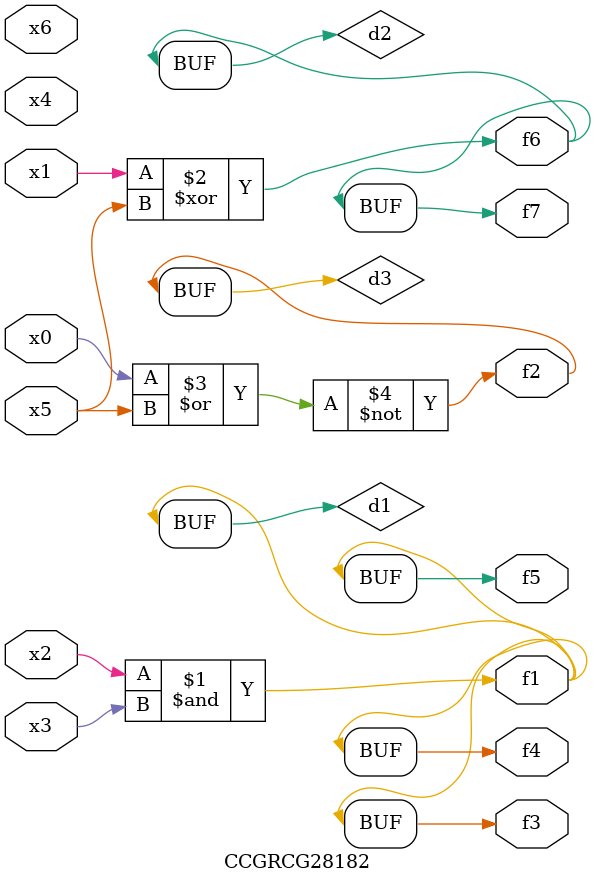
<source format=v>
module CCGRCG28182(
	input x0, x1, x2, x3, x4, x5, x6,
	output f1, f2, f3, f4, f5, f6, f7
);

	wire d1, d2, d3;

	and (d1, x2, x3);
	xor (d2, x1, x5);
	nor (d3, x0, x5);
	assign f1 = d1;
	assign f2 = d3;
	assign f3 = d1;
	assign f4 = d1;
	assign f5 = d1;
	assign f6 = d2;
	assign f7 = d2;
endmodule

</source>
